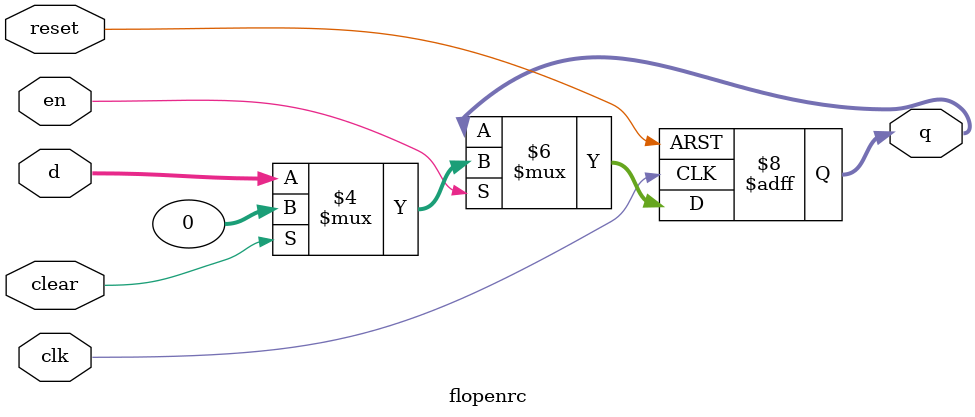
<source format=sv>
module flopenrc #(parameter WIDTH=32)
				(input logic clk,reset,clear,en,
				 input logic [WIDTH-1:0] d,
				 output logic [WIDTH-1:0] q);
				 
	always_ff @(negedge clk,negedge reset)
		if(~reset) q<=0;
		else if (en)
			if (clear)	q<=0;
			else			q<=d;
endmodule

//here you will see that negedge clk, negedge rst thats because KEY0,1,2,3 are active low push buttons
//therefore if you give clk,rst from KEYs you need specify in negedge
</source>
